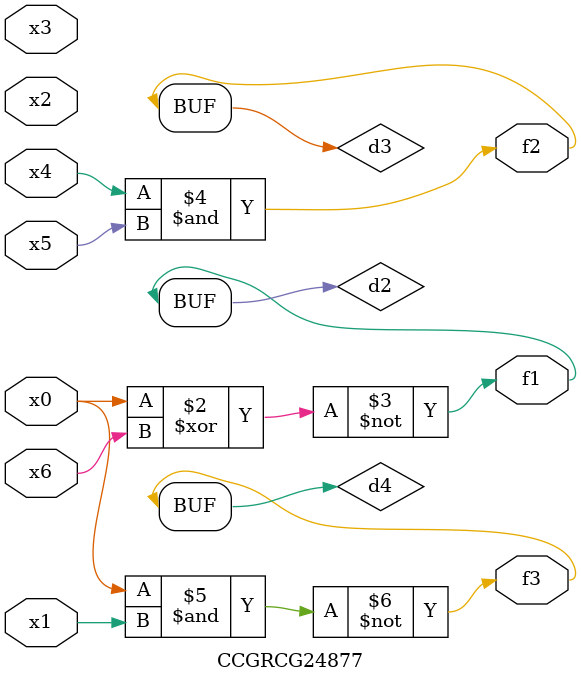
<source format=v>
module CCGRCG24877(
	input x0, x1, x2, x3, x4, x5, x6,
	output f1, f2, f3
);

	wire d1, d2, d3, d4;

	nor (d1, x0);
	xnor (d2, x0, x6);
	and (d3, x4, x5);
	nand (d4, x0, x1);
	assign f1 = d2;
	assign f2 = d3;
	assign f3 = d4;
endmodule

</source>
